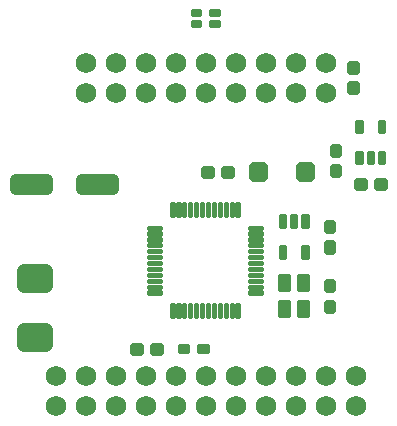
<source format=gbr>
G04 EAGLE Gerber RS-274X export*
G75*
%MOMM*%
%FSLAX34Y34*%
%LPD*%
%INSoldermask Top*%
%IPPOS*%
%AMOC8*
5,1,8,0,0,1.08239X$1,22.5*%
G01*
%ADD10C,0.605000*%
%ADD11C,0.300000*%
%ADD12C,1.300000*%
%ADD13C,1.750000*%
%ADD14C,0.304000*%
%ADD15C,0.301000*%
%ADD16C,0.901000*%
%ADD17C,0.297000*%
%ADD18C,0.848000*%


D10*
X-44475Y37475D02*
X-38525Y37475D01*
X-38525Y32525D01*
X-44475Y32525D01*
X-44475Y37475D01*
X-55525Y37475D02*
X-61475Y37475D01*
X-55525Y37475D02*
X-55525Y32525D01*
X-61475Y32525D01*
X-61475Y37475D01*
D11*
X5000Y318000D02*
X11000Y318000D01*
X5000Y318000D02*
X5000Y321000D01*
X11000Y321000D01*
X11000Y318000D01*
X11000Y320850D02*
X5000Y320850D01*
X5000Y309000D02*
X11000Y309000D01*
X5000Y309000D02*
X5000Y312000D01*
X11000Y312000D01*
X11000Y309000D01*
X11000Y311850D02*
X5000Y311850D01*
X-5000Y309000D02*
X-11000Y309000D01*
X-11000Y312000D01*
X-5000Y312000D01*
X-5000Y309000D01*
X-5000Y311850D02*
X-11000Y311850D01*
X-11000Y318000D02*
X-5000Y318000D01*
X-11000Y318000D02*
X-11000Y321000D01*
X-5000Y321000D01*
X-5000Y318000D01*
X-5000Y320850D02*
X-11000Y320850D01*
D12*
X-136000Y51000D02*
X-136000Y39000D01*
X-154000Y39000D01*
X-154000Y51000D01*
X-136000Y51000D01*
X-136000Y89000D02*
X-136000Y101000D01*
X-136000Y89000D02*
X-154000Y89000D01*
X-154000Y101000D01*
X-136000Y101000D01*
D13*
X-127000Y12700D03*
X-127000Y-12700D03*
X-101600Y12700D03*
X-101600Y-12700D03*
X-76200Y12700D03*
X-76200Y-12700D03*
X-50800Y12700D03*
X-50800Y-12700D03*
X-25400Y12700D03*
X-25400Y-12700D03*
X0Y12700D03*
X0Y-12700D03*
X25400Y12700D03*
X25400Y-12700D03*
X50800Y12700D03*
X50800Y-12700D03*
X76200Y12700D03*
X76200Y-12700D03*
X101600Y12700D03*
X101600Y-12700D03*
X127000Y12700D03*
X127000Y-12700D03*
D14*
X1980Y37480D02*
X-5480Y37480D01*
X1980Y37480D02*
X1980Y32520D01*
X-5480Y32520D01*
X-5480Y37480D01*
X-5480Y35408D02*
X1980Y35408D01*
X-14520Y37480D02*
X-21980Y37480D01*
X-14520Y37480D02*
X-14520Y32520D01*
X-21980Y32520D01*
X-21980Y37480D01*
X-21980Y35408D02*
X-14520Y35408D01*
D10*
X107475Y118525D02*
X107475Y124475D01*
X107475Y118525D02*
X102525Y118525D01*
X102525Y124475D01*
X107475Y124475D01*
X107475Y124272D02*
X102525Y124272D01*
X107475Y135525D02*
X107475Y141475D01*
X107475Y135525D02*
X102525Y135525D01*
X102525Y141475D01*
X107475Y141475D01*
X107475Y141272D02*
X102525Y141272D01*
D15*
X82505Y138505D02*
X82505Y147495D01*
X86495Y147495D01*
X86495Y138505D01*
X82505Y138505D01*
X82505Y141364D02*
X86495Y141364D01*
X86495Y144223D02*
X82505Y144223D01*
X82505Y147082D02*
X86495Y147082D01*
X73005Y147495D02*
X73005Y138505D01*
X73005Y147495D02*
X76995Y147495D01*
X76995Y138505D01*
X73005Y138505D01*
X73005Y141364D02*
X76995Y141364D01*
X76995Y144223D02*
X73005Y144223D01*
X73005Y147082D02*
X76995Y147082D01*
X63505Y147495D02*
X63505Y138505D01*
X63505Y147495D02*
X67495Y147495D01*
X67495Y138505D01*
X63505Y138505D01*
X63505Y141364D02*
X67495Y141364D01*
X67495Y144223D02*
X63505Y144223D01*
X63505Y147082D02*
X67495Y147082D01*
X63505Y121495D02*
X63505Y112505D01*
X63505Y121495D02*
X67495Y121495D01*
X67495Y112505D01*
X63505Y112505D01*
X63505Y115364D02*
X67495Y115364D01*
X67495Y118223D02*
X63505Y118223D01*
X63505Y121082D02*
X67495Y121082D01*
X82505Y121495D02*
X82505Y112505D01*
X82505Y121495D02*
X86495Y121495D01*
X86495Y112505D01*
X82505Y112505D01*
X82505Y115364D02*
X86495Y115364D01*
X86495Y118223D02*
X82505Y118223D01*
X82505Y121082D02*
X86495Y121082D01*
D11*
X47500Y83000D02*
X37500Y83000D01*
X47500Y83000D02*
X47500Y82000D01*
X37500Y82000D01*
X37500Y83000D01*
X37500Y88000D02*
X47500Y88000D01*
X47500Y87000D01*
X37500Y87000D01*
X37500Y88000D01*
X37500Y93000D02*
X47500Y93000D01*
X47500Y92000D01*
X37500Y92000D01*
X37500Y93000D01*
X37500Y98000D02*
X47500Y98000D01*
X47500Y97000D01*
X37500Y97000D01*
X37500Y98000D01*
X37500Y103000D02*
X47500Y103000D01*
X47500Y102000D01*
X37500Y102000D01*
X37500Y103000D01*
X37500Y108000D02*
X47500Y108000D01*
X47500Y107000D01*
X37500Y107000D01*
X37500Y108000D01*
X37500Y113000D02*
X47500Y113000D01*
X47500Y112000D01*
X37500Y112000D01*
X37500Y113000D01*
X37500Y118000D02*
X47500Y118000D01*
X47500Y117000D01*
X37500Y117000D01*
X37500Y118000D01*
X37500Y123000D02*
X47500Y123000D01*
X47500Y122000D01*
X37500Y122000D01*
X37500Y123000D01*
X37500Y128000D02*
X47500Y128000D01*
X47500Y127000D01*
X37500Y127000D01*
X37500Y128000D01*
X37500Y133000D02*
X47500Y133000D01*
X47500Y132000D01*
X37500Y132000D01*
X37500Y133000D01*
X37500Y138000D02*
X47500Y138000D01*
X47500Y137000D01*
X37500Y137000D01*
X37500Y138000D01*
X27000Y147500D02*
X27000Y157500D01*
X28000Y157500D01*
X28000Y147500D01*
X27000Y147500D01*
X27000Y150350D02*
X28000Y150350D01*
X28000Y153200D02*
X27000Y153200D01*
X27000Y156050D02*
X28000Y156050D01*
X22000Y157500D02*
X22000Y147500D01*
X22000Y157500D02*
X23000Y157500D01*
X23000Y147500D01*
X22000Y147500D01*
X22000Y150350D02*
X23000Y150350D01*
X23000Y153200D02*
X22000Y153200D01*
X22000Y156050D02*
X23000Y156050D01*
X17000Y157500D02*
X17000Y147500D01*
X17000Y157500D02*
X18000Y157500D01*
X18000Y147500D01*
X17000Y147500D01*
X17000Y150350D02*
X18000Y150350D01*
X18000Y153200D02*
X17000Y153200D01*
X17000Y156050D02*
X18000Y156050D01*
X12000Y157500D02*
X12000Y147500D01*
X12000Y157500D02*
X13000Y157500D01*
X13000Y147500D01*
X12000Y147500D01*
X12000Y150350D02*
X13000Y150350D01*
X13000Y153200D02*
X12000Y153200D01*
X12000Y156050D02*
X13000Y156050D01*
X7000Y157500D02*
X7000Y147500D01*
X7000Y157500D02*
X8000Y157500D01*
X8000Y147500D01*
X7000Y147500D01*
X7000Y150350D02*
X8000Y150350D01*
X8000Y153200D02*
X7000Y153200D01*
X7000Y156050D02*
X8000Y156050D01*
X3000Y157500D02*
X3000Y147500D01*
X2000Y147500D01*
X2000Y157500D01*
X3000Y157500D01*
X3000Y150350D02*
X2000Y150350D01*
X2000Y153200D02*
X3000Y153200D01*
X3000Y156050D02*
X2000Y156050D01*
X-3000Y157500D02*
X-3000Y147500D01*
X-3000Y157500D02*
X-2000Y157500D01*
X-2000Y147500D01*
X-3000Y147500D01*
X-3000Y150350D02*
X-2000Y150350D01*
X-2000Y153200D02*
X-3000Y153200D01*
X-3000Y156050D02*
X-2000Y156050D01*
X-8000Y157500D02*
X-8000Y147500D01*
X-8000Y157500D02*
X-7000Y157500D01*
X-7000Y147500D01*
X-8000Y147500D01*
X-8000Y150350D02*
X-7000Y150350D01*
X-7000Y153200D02*
X-8000Y153200D01*
X-8000Y156050D02*
X-7000Y156050D01*
X-13000Y157500D02*
X-13000Y147500D01*
X-13000Y157500D02*
X-12000Y157500D01*
X-12000Y147500D01*
X-13000Y147500D01*
X-13000Y150350D02*
X-12000Y150350D01*
X-12000Y153200D02*
X-13000Y153200D01*
X-13000Y156050D02*
X-12000Y156050D01*
X-18000Y157500D02*
X-18000Y147500D01*
X-18000Y157500D02*
X-17000Y157500D01*
X-17000Y147500D01*
X-18000Y147500D01*
X-18000Y150350D02*
X-17000Y150350D01*
X-17000Y153200D02*
X-18000Y153200D01*
X-18000Y156050D02*
X-17000Y156050D01*
X-23000Y157500D02*
X-23000Y147500D01*
X-23000Y157500D02*
X-22000Y157500D01*
X-22000Y147500D01*
X-23000Y147500D01*
X-23000Y150350D02*
X-22000Y150350D01*
X-22000Y153200D02*
X-23000Y153200D01*
X-23000Y156050D02*
X-22000Y156050D01*
X-28000Y157500D02*
X-28000Y147500D01*
X-28000Y157500D02*
X-27000Y157500D01*
X-27000Y147500D01*
X-28000Y147500D01*
X-28000Y150350D02*
X-27000Y150350D01*
X-27000Y153200D02*
X-28000Y153200D01*
X-28000Y156050D02*
X-27000Y156050D01*
X-37500Y138000D02*
X-47500Y138000D01*
X-37500Y138000D02*
X-37500Y137000D01*
X-47500Y137000D01*
X-47500Y138000D01*
X-47500Y133000D02*
X-37500Y133000D01*
X-37500Y132000D01*
X-47500Y132000D01*
X-47500Y133000D01*
X-47500Y128000D02*
X-37500Y128000D01*
X-37500Y127000D01*
X-47500Y127000D01*
X-47500Y128000D01*
X-47500Y123000D02*
X-37500Y123000D01*
X-37500Y122000D01*
X-47500Y122000D01*
X-47500Y123000D01*
X-47500Y118000D02*
X-37500Y118000D01*
X-37500Y117000D01*
X-47500Y117000D01*
X-47500Y118000D01*
X-47500Y113000D02*
X-37500Y113000D01*
X-37500Y112000D01*
X-47500Y112000D01*
X-47500Y113000D01*
X-47500Y108000D02*
X-37500Y108000D01*
X-37500Y107000D01*
X-47500Y107000D01*
X-47500Y108000D01*
X-47500Y103000D02*
X-37500Y103000D01*
X-37500Y102000D01*
X-47500Y102000D01*
X-47500Y103000D01*
X-47500Y98000D02*
X-37500Y98000D01*
X-37500Y97000D01*
X-47500Y97000D01*
X-47500Y98000D01*
X-47500Y93000D02*
X-37500Y93000D01*
X-37500Y92000D01*
X-47500Y92000D01*
X-47500Y93000D01*
X-47500Y88000D02*
X-37500Y88000D01*
X-37500Y87000D01*
X-47500Y87000D01*
X-47500Y88000D01*
X-47500Y83000D02*
X-37500Y83000D01*
X-37500Y82000D01*
X-47500Y82000D01*
X-47500Y83000D01*
X-28000Y72500D02*
X-28000Y62500D01*
X-28000Y72500D02*
X-27000Y72500D01*
X-27000Y62500D01*
X-28000Y62500D01*
X-28000Y65350D02*
X-27000Y65350D01*
X-27000Y68200D02*
X-28000Y68200D01*
X-28000Y71050D02*
X-27000Y71050D01*
X-23000Y72500D02*
X-23000Y62500D01*
X-23000Y72500D02*
X-22000Y72500D01*
X-22000Y62500D01*
X-23000Y62500D01*
X-23000Y65350D02*
X-22000Y65350D01*
X-22000Y68200D02*
X-23000Y68200D01*
X-23000Y71050D02*
X-22000Y71050D01*
X-18000Y72500D02*
X-18000Y62500D01*
X-18000Y72500D02*
X-17000Y72500D01*
X-17000Y62500D01*
X-18000Y62500D01*
X-18000Y65350D02*
X-17000Y65350D01*
X-17000Y68200D02*
X-18000Y68200D01*
X-18000Y71050D02*
X-17000Y71050D01*
X-13000Y72500D02*
X-13000Y62500D01*
X-13000Y72500D02*
X-12000Y72500D01*
X-12000Y62500D01*
X-13000Y62500D01*
X-13000Y65350D02*
X-12000Y65350D01*
X-12000Y68200D02*
X-13000Y68200D01*
X-13000Y71050D02*
X-12000Y71050D01*
X-8000Y72500D02*
X-8000Y62500D01*
X-8000Y72500D02*
X-7000Y72500D01*
X-7000Y62500D01*
X-8000Y62500D01*
X-8000Y65350D02*
X-7000Y65350D01*
X-7000Y68200D02*
X-8000Y68200D01*
X-8000Y71050D02*
X-7000Y71050D01*
X-3000Y72500D02*
X-3000Y62500D01*
X-3000Y72500D02*
X-2000Y72500D01*
X-2000Y62500D01*
X-3000Y62500D01*
X-3000Y65350D02*
X-2000Y65350D01*
X-2000Y68200D02*
X-3000Y68200D01*
X-3000Y71050D02*
X-2000Y71050D01*
X2000Y72500D02*
X2000Y62500D01*
X2000Y72500D02*
X3000Y72500D01*
X3000Y62500D01*
X2000Y62500D01*
X2000Y65350D02*
X3000Y65350D01*
X3000Y68200D02*
X2000Y68200D01*
X2000Y71050D02*
X3000Y71050D01*
X7000Y72500D02*
X7000Y62500D01*
X7000Y72500D02*
X8000Y72500D01*
X8000Y62500D01*
X7000Y62500D01*
X7000Y65350D02*
X8000Y65350D01*
X8000Y68200D02*
X7000Y68200D01*
X7000Y71050D02*
X8000Y71050D01*
X12000Y72500D02*
X12000Y62500D01*
X12000Y72500D02*
X13000Y72500D01*
X13000Y62500D01*
X12000Y62500D01*
X12000Y65350D02*
X13000Y65350D01*
X13000Y68200D02*
X12000Y68200D01*
X12000Y71050D02*
X13000Y71050D01*
X17000Y72500D02*
X17000Y62500D01*
X17000Y72500D02*
X18000Y72500D01*
X18000Y62500D01*
X17000Y62500D01*
X17000Y65350D02*
X18000Y65350D01*
X18000Y68200D02*
X17000Y68200D01*
X17000Y71050D02*
X18000Y71050D01*
X22000Y72500D02*
X22000Y62500D01*
X22000Y72500D02*
X23000Y72500D01*
X23000Y62500D01*
X22000Y62500D01*
X22000Y65350D02*
X23000Y65350D01*
X23000Y68200D02*
X22000Y68200D01*
X22000Y71050D02*
X23000Y71050D01*
X27000Y72500D02*
X27000Y62500D01*
X27000Y72500D02*
X28000Y72500D01*
X28000Y62500D01*
X27000Y62500D01*
X27000Y65350D02*
X28000Y65350D01*
X28000Y68200D02*
X27000Y68200D01*
X27000Y71050D02*
X28000Y71050D01*
D16*
X-105495Y171005D02*
X-105495Y178995D01*
X-78505Y178995D01*
X-78505Y171005D01*
X-105495Y171005D01*
X-161495Y171005D02*
X-161495Y178995D01*
X-134505Y178995D01*
X-134505Y171005D01*
X-161495Y171005D01*
D17*
X87015Y75015D02*
X87015Y62985D01*
X78985Y62985D01*
X78985Y75015D01*
X87015Y75015D01*
X87015Y65806D02*
X78985Y65806D01*
X78985Y68627D02*
X87015Y68627D01*
X87015Y71448D02*
X78985Y71448D01*
X78985Y74269D02*
X87015Y74269D01*
X87015Y84985D02*
X87015Y97015D01*
X87015Y84985D02*
X78985Y84985D01*
X78985Y97015D01*
X87015Y97015D01*
X87015Y87806D02*
X78985Y87806D01*
X78985Y90627D02*
X87015Y90627D01*
X87015Y93448D02*
X78985Y93448D01*
X78985Y96269D02*
X87015Y96269D01*
X71015Y97015D02*
X71015Y84985D01*
X62985Y84985D01*
X62985Y97015D01*
X71015Y97015D01*
X71015Y87806D02*
X62985Y87806D01*
X62985Y90627D02*
X71015Y90627D01*
X71015Y93448D02*
X62985Y93448D01*
X62985Y96269D02*
X71015Y96269D01*
X71015Y75015D02*
X71015Y62985D01*
X62985Y62985D01*
X62985Y75015D01*
X71015Y75015D01*
X71015Y65806D02*
X62985Y65806D01*
X62985Y68627D02*
X71015Y68627D01*
X71015Y71448D02*
X62985Y71448D01*
X62985Y74269D02*
X71015Y74269D01*
D10*
X107475Y74475D02*
X107475Y68525D01*
X102525Y68525D01*
X102525Y74475D01*
X107475Y74475D01*
X107475Y74272D02*
X102525Y74272D01*
X107475Y85525D02*
X107475Y91475D01*
X107475Y85525D02*
X102525Y85525D01*
X102525Y91475D01*
X107475Y91475D01*
X107475Y91272D02*
X102525Y91272D01*
D13*
X-101600Y277700D03*
X-101600Y252300D03*
X-76200Y277700D03*
X-76200Y252300D03*
X-50800Y277700D03*
X-50800Y252300D03*
X-25400Y277700D03*
X-25400Y252300D03*
X0Y277700D03*
X0Y252300D03*
X25400Y277700D03*
X25400Y252300D03*
X50800Y277700D03*
X50800Y252300D03*
X76200Y277700D03*
X76200Y252300D03*
X101600Y277700D03*
X101600Y252300D03*
D15*
X132495Y201495D02*
X132495Y192505D01*
X128505Y192505D01*
X128505Y201495D01*
X132495Y201495D01*
X132495Y195364D02*
X128505Y195364D01*
X128505Y198223D02*
X132495Y198223D01*
X132495Y201082D02*
X128505Y201082D01*
X141995Y201495D02*
X141995Y192505D01*
X138005Y192505D01*
X138005Y201495D01*
X141995Y201495D01*
X141995Y195364D02*
X138005Y195364D01*
X138005Y198223D02*
X141995Y198223D01*
X141995Y201082D02*
X138005Y201082D01*
X151495Y201495D02*
X151495Y192505D01*
X147505Y192505D01*
X147505Y201495D01*
X151495Y201495D01*
X151495Y195364D02*
X147505Y195364D01*
X147505Y198223D02*
X151495Y198223D01*
X151495Y201082D02*
X147505Y201082D01*
X151495Y218505D02*
X151495Y227495D01*
X151495Y218505D02*
X147505Y218505D01*
X147505Y227495D01*
X151495Y227495D01*
X151495Y221364D02*
X147505Y221364D01*
X147505Y224223D02*
X151495Y224223D01*
X151495Y227082D02*
X147505Y227082D01*
X132495Y227495D02*
X132495Y218505D01*
X128505Y218505D01*
X128505Y227495D01*
X132495Y227495D01*
X132495Y221364D02*
X128505Y221364D01*
X128505Y224223D02*
X132495Y224223D01*
X132495Y227082D02*
X128505Y227082D01*
D18*
X48760Y180740D02*
X41240Y180740D01*
X41240Y189260D01*
X48760Y189260D01*
X48760Y180740D01*
X48760Y188796D02*
X41240Y188796D01*
X81240Y180740D02*
X88760Y180740D01*
X81240Y180740D02*
X81240Y189260D01*
X88760Y189260D01*
X88760Y180740D01*
X88760Y188796D02*
X81240Y188796D01*
D10*
X107525Y200525D02*
X107525Y206475D01*
X112475Y206475D01*
X112475Y200525D01*
X107525Y200525D01*
X107525Y206272D02*
X112475Y206272D01*
X107525Y189475D02*
X107525Y183525D01*
X107525Y189475D02*
X112475Y189475D01*
X112475Y183525D01*
X107525Y183525D01*
X107525Y189272D02*
X112475Y189272D01*
X21475Y187475D02*
X15525Y187475D01*
X21475Y187475D02*
X21475Y182525D01*
X15525Y182525D01*
X15525Y187475D01*
X4475Y187475D02*
X-1475Y187475D01*
X4475Y187475D02*
X4475Y182525D01*
X-1475Y182525D01*
X-1475Y187475D01*
X127475Y253525D02*
X127475Y259475D01*
X127475Y253525D02*
X122525Y253525D01*
X122525Y259475D01*
X127475Y259475D01*
X127475Y259272D02*
X122525Y259272D01*
X127475Y270525D02*
X127475Y276475D01*
X127475Y270525D02*
X122525Y270525D01*
X122525Y276475D01*
X127475Y276475D01*
X127475Y276272D02*
X122525Y276272D01*
X128525Y172525D02*
X134475Y172525D01*
X128525Y172525D02*
X128525Y177475D01*
X134475Y177475D01*
X134475Y172525D01*
X145525Y172525D02*
X151475Y172525D01*
X145525Y172525D02*
X145525Y177475D01*
X151475Y177475D01*
X151475Y172525D01*
M02*

</source>
